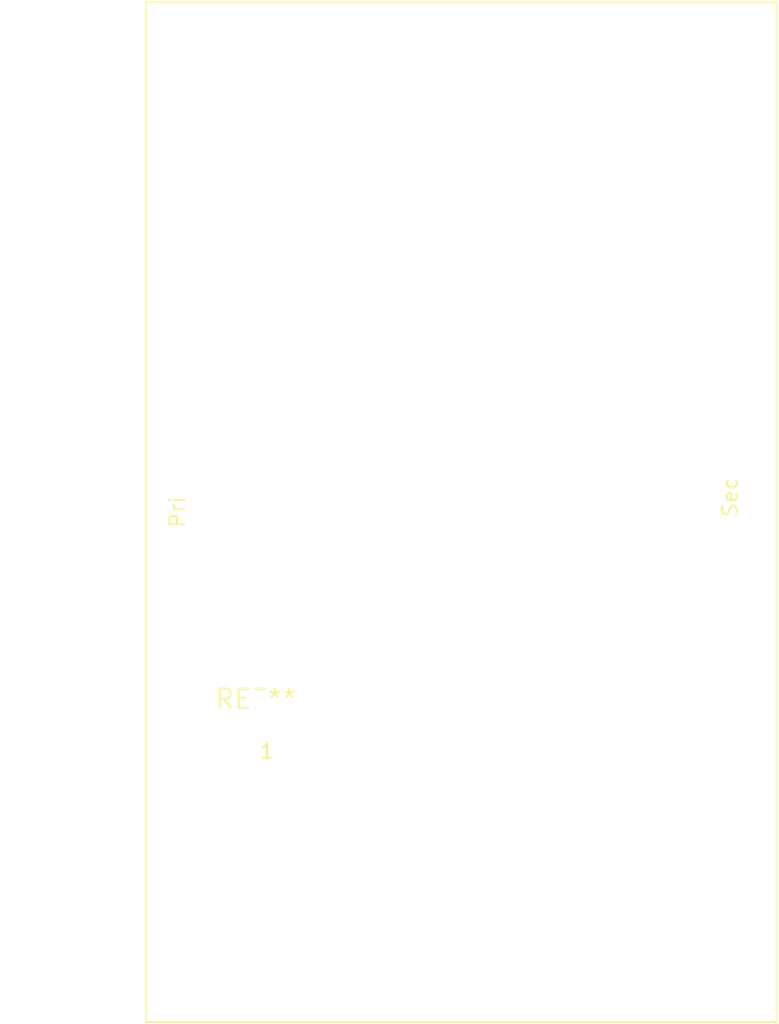
<source format=kicad_pcb>
(kicad_pcb (version 20240108) (generator pcbnew)
  (layers (0 "F.Cu" signal) (31 "B.Cu" signal) (34 "B.Paste" user) (35 "F.Paste" user) (36 "B.SilkS" user "B.Silkscreen") (37 "F.SilkS" user "F.Silkscreen") (38 "B.Mask" user) (39 "F.Mask" user) (44 "Edge.Cuts" user))
  (net 0 "")
  (footprint "Transformer_CHK_EI48-10VA_1xSec" (layer "F.Cu") (at 0 0)
    (property "Reference" "REF**")
    (property "Value" "Transformer_CHK_EI48-10VA_1xSec")
    (fp_line (start -7.37 -46.62) (end -7.37 21.62) (layer "F.SilkS") (stroke (width 0.12)))
    (fp_line (start -7.37 -46.62) (end 34.87 -46.62) (layer "F.SilkS") (stroke (width 0.12)))
    (fp_line (start 34.87 21.62) (end -7.37 21.62) (layer "F.SilkS") (stroke (width 0.12)))
    (fp_line (start 34.87 21.62) (end 34.87 -46.62) (layer "F.SilkS") (stroke (width 0.12)))
    (fp_text user "Sec" (at 31.75 -13.5 90) (layer "F.SilkS"))
    (fp_text user "1" (at 0.75 3.5 0) (layer "F.SilkS"))
    (fp_text user "Pri" (at -5.25 -12.5 90) (layer "F.SilkS"))
    (pad "" np_thru_hole circle (at 13.75 -42.25) (size 4.5 4.5) (drill 4.5) (layers *.Cu *.Mask))
    (pad "" np_thru_hole circle (at 13.75 17.25) (size 4.5 4.5) (drill 4.5) (layers *.Cu *.Mask))
    (pad "1" thru_hole circle (at 0 0) (size 3 3) (drill 1.2) (layers *.Cu *.Mask) (remove_unused_layers))
    (pad "2" thru_hole circle (at 0 -5) (size 3 3) (drill 1.2) (layers *.Cu *.Mask) (remove_unused_layers))
    (pad "3" thru_hole circle (at 0 -10) (size 3 3) (drill 1.2) (layers *.Cu *.Mask) (remove_unused_layers))
    (pad "4" thru_hole circle (at 0 -15) (size 3 3) (drill 1.2) (layers *.Cu *.Mask) (remove_unused_layers))
    (pad "5" thru_hole circle (at 0 -20) (size 3 3) (drill 1.2) (layers *.Cu *.Mask) (remove_unused_layers))
    (pad "6" thru_hole circle (at 0 -25.05) (size 3 3) (drill 1.2) (layers *.Cu *.Mask) (remove_unused_layers))
    (pad "7" thru_hole circle (at 27.5 -25) (size 3 3) (drill 1.2) (layers *.Cu *.Mask) (remove_unused_layers))
    (pad "8" thru_hole circle (at 27.5 -20) (size 3 3) (drill 1.2) (layers *.Cu *.Mask) (remove_unused_layers))
    (pad "9" thru_hole circle (at 27.5 -15) (size 3 3) (drill 1.2) (layers *.Cu *.Mask) (remove_unused_layers))
    (pad "10" thru_hole circle (at 27.5 -10) (size 3 3) (drill 1.2) (layers *.Cu *.Mask) (remove_unused_layers))
    (pad "11" thru_hole circle (at 27.5 -5) (size 3 3) (drill 1.2) (layers *.Cu *.Mask) (remove_unused_layers))
    (pad "12" thru_hole circle (at 27.5 0) (size 3 3) (drill 1.2) (layers *.Cu *.Mask) (remove_unused_layers))
  )
)
</source>
